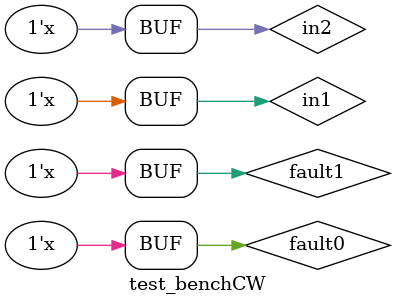
<source format=v>
module test_benchCW;
reg in1,in2,fault1,fault0;
wire out1, out2;


Crosswire CW (
	.in1 (in1),
	.in2 (in2),
	.out1 (out1),
	.out2 (out2),
	.fault1(fault1),
	.fault0(fault0)
	);
initial  
begin     
	in1 = 0;     
 	in2 = 0;
 	fault1 = 0;
	fault0 = 0;
end     
always
     #5 in1 = !in1;
always
     #10 in2 = !in2;
always
     #20 fault1 = !fault1;
always
     #40 fault0 = !fault0;

endmodule





</source>
